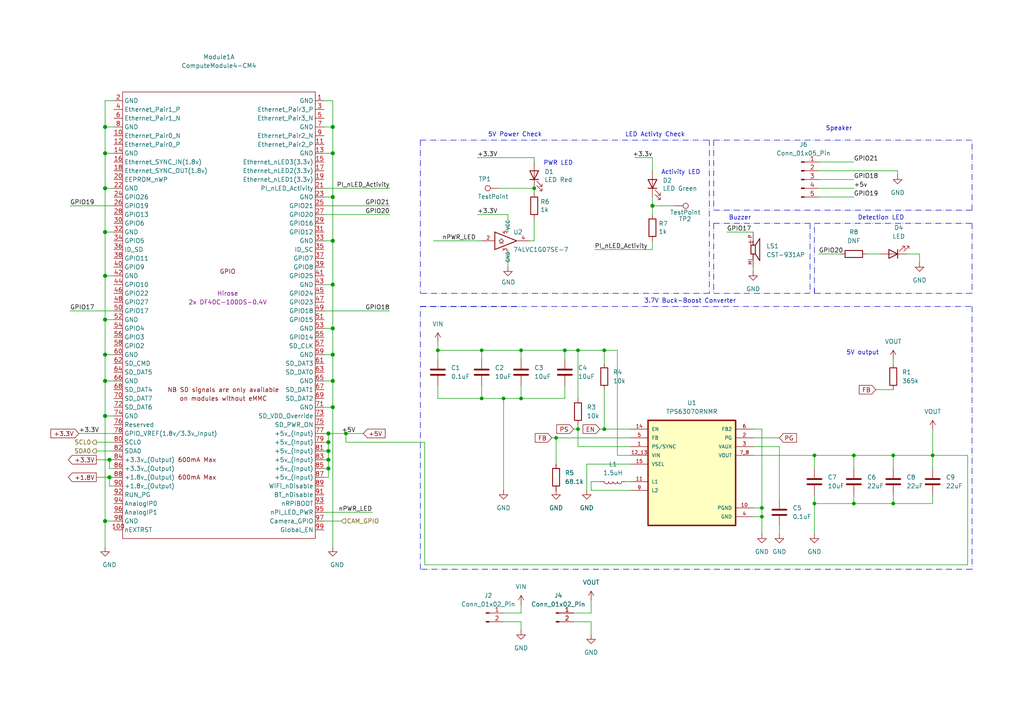
<source format=kicad_sch>
(kicad_sch (version 20231120) (generator "eeschema") (generator_version "8.0")
  (paper "A4")
  (title_block (title "Raspberry Pi Compute Module 4 AeroGuard") (date "2020-10-31") (rev "v01") (comment 4 "Author: Narain Vazquez"))
  (lib_symbols
    (symbol "CM4IO:74LVC1G07_copy"
      (property "Reference" "U" (at -2.54 3.81 0))
      (property "Value" "74LVC1G07_copy" (at 0 -3.81 0))
      (symbol "74LVC1G07_copy_1_1"
        (pin input line (at -7.62 0 0) (length 3.81) (name "~") (number "2"))
        (pin power_in line (at 0 -2.54 270) (length 0) (name "GND") (number "3"))
        (pin open_collector line (at 6.35 0 180) (length 3.81) (name "~") (number "4"))
        (pin power_in line (at 0 2.54 90) (length 0) (name "VCC") (number "5"))
      )
    )
    (symbol "CM4IO:ComputeModule4-CM4"
      (property "Reference" "Module" (at 113.03 -68.58 0))
      (property "Value" "ComputeModule4-CM4" (at 140.97 2.54 0))
      (property "Manufacturer" "Hirose" (at 0 0 0))
      (property "MPN" "2x DF40C-100DS-0.4V" (at 0 -2.54 0))
      (property "MPN (Alt)" "2x DF40HC(3.0)-100DS-0.4V" (at 0 0 0))
      (symbol "ComputeModule4-CM4_1_0"
        (text "GPIO" (at 0 6.35 0) (effects (font (size 1.27 1.27))))
      )
      (symbol "ComputeModule4-CM4_1_1"
        (text "600mA Max" (at -8.89 -53.34 0) (effects (font (size 1.27 1.27))))
        (text "600mA Max" (at -8.89 -48.26 0) (effects (font (size 1.27 1.27))))
        (text "NB SD signals are only available" (at -1.27 -27.94 0) (effects (font (size 1.27 1.27))))
        (text "on modules without eMMC" (at -1.27 -30.48 0) (effects (font (size 1.27 1.27))))
        (pin power_in line (at 27.94 55.88 180) (length 2.54) (name "GND") (number "1"))
        (pin passive line (at -33.02 45.72 0) (length 2.54) (name "Ethernet_Pair0_N") (number "10"))
        (pin output line (at -33.02 -68.58 0) (length 2.54) (name "nEXTRST") (number "100"))
        (pin passive line (at 27.94 43.18 180) (length 2.54) (name "Ethernet_Pair2_P") (number "11"))
        (pin passive line (at -33.02 43.18 0) (length 2.54) (name "Ethernet_Pair0_P") (number "12"))
        (pin power_in line (at 27.94 40.64 180) (length 2.54) (name "GND") (number "13"))
        (pin power_in line (at -33.02 40.64 0) (length 2.54) (name "GND") (number "14"))
        (pin output line (at 27.94 38.1 180) (length 2.54) (name "Ethernet_nLED3(3.3v)") (number "15"))
        (pin input line (at -33.02 38.1 0) (length 2.54) (name "Ethernet_SYNC_IN(1.8v)") (number "16"))
        (pin output line (at 27.94 35.56 180) (length 2.54) (name "Ethernet_nLED2(3.3v)") (number "17"))
        (pin input line (at -33.02 35.56 0) (length 2.54) (name "Ethernet_SYNC_OUT(1.8v)") (number "18"))
        (pin output line (at 27.94 33.02 180) (length 2.54) (name "Ethernet_nLED1(3.3v)") (number "19"))
        (pin power_in line (at -33.02 55.88 0) (length 2.54) (name "GND") (number "2"))
        (pin passive line (at -33.02 33.02 0) (length 2.54) (name "EEPROM_nWP") (number "20"))
        (pin open_collector line (at 27.94 30.48 180) (length 2.54) (name "PI_nLED_Activity") (number "21"))
        (pin power_in line (at -33.02 30.48 0) (length 2.54) (name "GND") (number "22"))
        (pin power_in line (at 27.94 27.94 180) (length 2.54) (name "GND") (number "23"))
        (pin passive line (at -33.02 27.94 0) (length 2.54) (name "GPIO26") (number "24"))
        (pin passive line (at 27.94 25.4 180) (length 2.54) (name "GPIO21") (number "25"))
        (pin passive line (at -33.02 25.4 0) (length 2.54) (name "GPIO19") (number "26"))
        (pin passive line (at 27.94 22.86 180) (length 2.54) (name "GPIO20") (number "27"))
        (pin passive line (at -33.02 22.86 0) (length 2.54) (name "GPIO13") (number "28"))
        (pin passive line (at 27.94 20.32 180) (length 2.54) (name "GPIO16") (number "29"))
        (pin passive line (at 27.94 53.34 180) (length 2.54) (name "Ethernet_Pair3_P") (number "3"))
        (pin passive line (at -33.02 20.32 0) (length 2.54) (name "GPIO6") (number "30"))
        (pin passive line (at 27.94 17.78 180) (length 2.54) (name "GPIO12") (number "31"))
        (pin power_in line (at -33.02 17.78 0) (length 2.54) (name "GND") (number "32"))
        (pin power_in line (at 27.94 15.24 180) (length 2.54) (name "GND") (number "33"))
        (pin passive line (at -33.02 15.24 0) (length 2.54) (name "GPIO5") (number "34"))
        (pin passive line (at 27.94 12.7 180) (length 2.54) (name "ID_SC") (number "35"))
        (pin passive line (at -33.02 12.7 0) (length 2.54) (name "ID_SD") (number "36"))
        (pin passive line (at 27.94 10.16 180) (length 2.54) (name "GPIO7") (number "37"))
        (pin passive line (at -33.02 10.16 0) (length 2.54) (name "GPIO11") (number "38"))
        (pin passive line (at 27.94 7.62 180) (length 2.54) (name "GPIO8") (number "39"))
        (pin passive line (at -33.02 53.34 0) (length 2.54) (name "Ethernet_Pair1_P") (number "4"))
        (pin passive line (at -33.02 7.62 0) (length 2.54) (name "GPIO9") (number "40"))
        (pin passive line (at 27.94 5.08 180) (length 2.54) (name "GPIO25") (number "41"))
        (pin power_in line (at -33.02 5.08 0) (length 2.54) (name "GND") (number "42"))
        (pin power_in line (at 27.94 2.54 180) (length 2.54) (name "GND") (number "43"))
        (pin passive line (at -33.02 2.54 0) (length 2.54) (name "GPIO10") (number "44"))
        (pin passive line (at 27.94 0 180) (length 2.54) (name "GPIO24") (number "45"))
        (pin passive line (at -33.02 0 0) (length 2.54) (name "GPIO22") (number "46"))
        (pin passive line (at 27.94 -2.54 180) (length 2.54) (name "GPIO23") (number "47"))
        (pin passive line (at -33.02 -2.54 0) (length 2.54) (name "GPIO27") (number "48"))
        (pin passive line (at 27.94 -5.08 180) (length 2.54) (name "GPIO18") (number "49"))
        (pin passive line (at 27.94 50.8 180) (length 2.54) (name "Ethernet_Pair3_N") (number "5"))
        (pin passive line (at -33.02 -5.08 0) (length 2.54) (name "GPIO17") (number "50"))
        (pin passive line (at 27.94 -7.62 180) (length 2.54) (name "GPIO15") (number "51"))
        (pin power_in line (at -33.02 -7.62 0) (length 2.54) (name "GND") (number "52"))
        (pin power_in line (at 27.94 -10.16 180) (length 2.54) (name "GND") (number "53"))
        (pin passive line (at -33.02 -10.16 0) (length 2.54) (name "GPIO4") (number "54"))
        (pin passive line (at 27.94 -12.7 180) (length 2.54) (name "GPIO14") (number "55"))
        (pin passive line (at -33.02 -12.7 0) (length 2.54) (name "GPIO3") (number "56"))
        (pin passive line (at 27.94 -15.24 180) (length 2.54) (name "SD_CLK") (number "57"))
        (pin passive line (at -33.02 -15.24 0) (length 2.54) (name "GPIO2") (number "58"))
        (pin power_in line (at 27.94 -17.78 180) (length 2.54) (name "GND") (number "59"))
        (pin passive line (at -33.02 50.8 0) (length 2.54) (name "Ethernet_Pair1_N") (number "6"))
        (pin power_in line (at -33.02 -17.78 0) (length 2.54) (name "GND") (number "60"))
        (pin passive line (at 27.94 -20.32 180) (length 2.54) (name "SD_DAT3") (number "61"))
        (pin passive line (at -33.02 -20.32 0) (length 2.54) (name "SD_CMD") (number "62"))
        (pin passive line (at 27.94 -22.86 180) (length 2.54) (name "SD_DAT0") (number "63"))
        (pin passive line (at -33.02 -22.86 0) (length 2.54) (name "SD_DAT5") (number "64"))
        (pin power_in line (at 27.94 -25.4 180) (length 2.54) (name "GND") (number "65"))
        (pin power_in line (at -33.02 -25.4 0) (length 2.54) (name "GND") (number "66"))
        (pin passive line (at 27.94 -27.94 180) (length 2.54) (name "SD_DAT1") (number "67"))
        (pin passive line (at -33.02 -27.94 0) (length 2.54) (name "SD_DAT4") (number "68"))
        (pin passive line (at 27.94 -30.48 180) (length 2.54) (name "SD_DAT2") (number "69"))
        (pin power_in line (at 27.94 48.26 180) (length 2.54) (name "GND") (number "7"))
        (pin passive line (at -33.02 -30.48 0) (length 2.54) (name "SD_DAT7") (number "70"))
        (pin power_in line (at 27.94 -33.02 180) (length 2.54) (name "GND") (number "71"))
        (pin passive line (at -33.02 -33.02 0) (length 2.54) (name "SD_DAT6") (number "72"))
        (pin input line (at 27.94 -35.56 180) (length 2.54) (name "SD_VDD_Override") (number "73"))
        (pin power_in line (at -33.02 -35.56 0) (length 2.54) (name "GND") (number "74"))
        (pin output line (at 27.94 -38.1 180) (length 2.54) (name "SD_PWR_ON") (number "75"))
        (pin passive line (at -33.02 -38.1 0) (length 2.54) (name "Reserved") (number "76"))
        (pin power_in line (at 27.94 -40.64 180) (length 2.54) (name "+5v_(Input)") (number "77"))
        (pin power_in line (at -33.02 -40.64 0) (length 2.54) (name "GPIO_VREF(1.8v/3.3v_Input)") (number "78"))
        (pin power_in line (at 27.94 -43.18 180) (length 2.54) (name "+5v_(Input)") (number "79"))
        (pin power_in line (at -33.02 48.26 0) (length 2.54) (name "GND") (number "8"))
        (pin passive line (at -33.02 -43.18 0) (length 2.54) (name "SCL0") (number "80"))
        (pin power_in line (at 27.94 -45.72 180) (length 2.54) (name "+5v_(Input)") (number "81"))
        (pin passive line (at -33.02 -45.72 0) (length 2.54) (name "SDA0") (number "82"))
        (pin power_in line (at 27.94 -48.26 180) (length 2.54) (name "+5v_(Input)") (number "83"))
        (pin power_out line (at -33.02 -48.26 0) (length 2.54) (name "+3.3v_(Output)") (number "84"))
        (pin power_in line (at 27.94 -50.8 180) (length 2.54) (name "+5v_(Input)") (number "85"))
        (pin power_out line (at -33.02 -50.8 0) (length 2.54) (name "+3.3v_(Output)") (number "86"))
        (pin power_in line (at 27.94 -53.34 180) (length 2.54) (name "+5v_(Input)") (number "87"))
        (pin power_out line (at -33.02 -53.34 0) (length 2.54) (name "+1.8v_(Output)") (number "88"))
        (pin power_in line (at 27.94 -55.88 180) (length 2.54) (name "WiFi_nDisable") (number "89"))
        (pin passive line (at 27.94 45.72 180) (length 2.54) (name "Ethernet_Pair2_N") (number "9"))
        (pin power_out line (at -33.02 -55.88 0) (length 2.54) (name "+1.8v_(Output)") (number "90"))
        (pin power_in line (at 27.94 -58.42 180) (length 2.54) (name "BT_nDisable") (number "91"))
        (pin passive line (at -33.02 -58.42 0) (length 2.54) (name "RUN_PG") (number "92"))
        (pin input line (at 27.94 -60.96 180) (length 2.54) (name "nRPIBOOT") (number "93"))
        (pin passive line (at -33.02 -60.96 0) (length 2.54) (name "AnalogIP0") (number "94"))
        (pin output line (at 27.94 -63.5 180) (length 2.54) (name "nPI_LED_PWR") (number "95"))
        (pin passive line (at -33.02 -63.5 0) (length 2.54) (name "AnalogIP1") (number "96"))
        (pin passive line (at 27.94 -66.04 180) (length 2.54) (name "Camera_GPIO") (number "97"))
        (pin power_in line (at -33.02 -66.04 0) (length 2.54) (name "GND") (number "98"))
        (pin input line (at 27.94 -68.58 180) (length 2.54) (name "Global_EN") (number "99"))
      )
      (symbol "ComputeModule4-CM4_2_1"
        (text "High Speed Serial" (at 140.97 0 0) (effects (font (size 1.27 1.27))))
        (pin input line (at 170.18 60.96 180) (length 5.08) (name "USB_OTG_ID") (number "101"))
        (pin input line (at 109.22 60.96 0) (length 5.08) (name "PCIe_CLK_nREQ") (number "102"))
        (pin passive line (at 170.18 58.42 180) (length 5.08) (name "USB2_N") (number "103"))
        (pin passive line (at 109.22 58.42 0) (length 5.08) (name "Reserved") (number "104"))
        (pin passive line (at 170.18 55.88 180) (length 5.08) (name "USB2_P") (number "105"))
        (pin passive line (at 109.22 55.88 0) (length 5.08) (name "Reserved") (number "106"))
        (pin power_in line (at 170.18 53.34 180) (length 5.08) (name "GND") (number "107"))
        (pin power_in line (at 109.22 53.34 0) (length 5.08) (name "GND") (number "108"))
        (pin bidirectional line (at 170.18 50.8 180) (length 5.08) (name "PCIe_nRST") (number "109"))
        (pin output line (at 109.22 50.8 0) (length 5.08) (name "PCIe_CLK_P") (number "110"))
        (pin passive line (at 170.18 48.26 180) (length 5.08) (name "VDAC_COMP") (number "111"))
        (pin output line (at 109.22 48.26 0) (length 5.08) (name "PCIe_CLK_N") (number "112"))
        (pin power_in line (at 170.18 45.72 180) (length 5.08) (name "GND") (number "113"))
        (pin power_in line (at 109.22 45.72 0) (length 5.08) (name "GND") (number "114"))
        (pin input line (at 170.18 43.18 180) (length 5.08) (name "CAM1_D0_N") (number "115"))
        (pin input line (at 109.22 43.18 0) (length 5.08) (name "PCIe_RX_P") (number "116"))
        (pin input line (at 170.18 40.64 180) (length 5.08) (name "CAM1_D0_P") (number "117"))
        (pin input line (at 109.22 40.64 0) (length 5.08) (name "PCIe_RX_N") (number "118"))
        (pin power_in line (at 170.18 38.1 180) (length 5.08) (name "GND") (number "119"))
        (pin power_in line (at 109.22 38.1 0) (length 5.08) (name "GND") (number "120"))
        (pin input line (at 170.18 35.56 180) (length 5.08) (name "CAM1_D1_N") (number "121"))
        (pin output line (at 109.22 35.56 0) (length 5.08) (name "PCIe_TX_P") (number "122"))
        (pin input line (at 170.18 33.02 180) (length 5.08) (name "CAM1_D1_P") (number "123"))
        (pin output line (at 109.22 33.02 0) (length 5.08) (name "PCIe_TX_N") (number "124"))
        (pin power_in line (at 170.18 30.48 180) (length 5.08) (name "GND") (number "125"))
        (pin power_in line (at 109.22 30.48 0) (length 5.08) (name "GND") (number "126"))
        (pin input line (at 170.18 27.94 180) (length 5.08) (name "CAM1_C_N") (number "127"))
        (pin input line (at 109.22 27.94 0) (length 5.08) (name "CAM0_D0_N") (number "128"))
        (pin input line (at 170.18 25.4 180) (length 5.08) (name "CAM1_C_P") (number "129"))
        (pin input line (at 109.22 25.4 0) (length 5.08) (name "CAM0_D0_P") (number "130"))
        (pin power_in line (at 170.18 22.86 180) (length 5.08) (name "GND") (number "131"))
        (pin power_in line (at 109.22 22.86 0) (length 5.08) (name "GND") (number "132"))
        (pin input line (at 170.18 20.32 180) (length 5.08) (name "CAM1_D2_N") (number "133"))
        (pin input line (at 109.22 20.32 0) (length 5.08) (name "CAM0_D1_N") (number "134"))
        (pin input line (at 170.18 17.78 180) (length 5.08) (name "CAM1_D2_P") (number "135"))
        (pin input line (at 109.22 17.78 0) (length 5.08) (name "CAM0_D1_P") (number "136"))
        (pin power_in line (at 170.18 15.24 180) (length 5.08) (name "GND") (number "137"))
        (pin power_in line (at 109.22 15.24 0) (length 5.08) (name "GND") (number "138"))
        (pin input line (at 170.18 12.7 180) (length 5.08) (name "CAM1_D3_N") (number "139"))
        (pin input line (at 109.22 12.7 0) (length 5.08) (name "CAM0_C_N") (number "140"))
        (pin input line (at 170.18 10.16 180) (length 5.08) (name "CAM1_D3_P") (number "141"))
        (pin input line (at 109.22 10.16 0) (length 5.08) (name "CAM0_C_P") (number "142"))
        (pin input line (at 170.18 7.62 180) (length 5.08) (name "HDMI1_HOTPLUG") (number "143"))
        (pin power_in line (at 109.22 7.62 0) (length 5.08) (name "GND") (number "144"))
        (pin bidirectional line (at 170.18 5.08 180) (length 5.08) (name "HDMI1_SDA") (number "145"))
        (pin output line (at 109.22 5.08 0) (length 5.08) (name "HDMI1_TX2_P") (number "146"))
        (pin open_collector line (at 170.18 2.54 180) (length 5.08) (name "HDMI1_SCL") (number "147"))
        (pin output line (at 109.22 2.54 0) (length 5.08) (name "HDMI1_TX2_N") (number "148"))
        (pin open_collector line (at 170.18 0 180) (length 5.08) (name "HDMI1_CEC") (number "149"))
        (pin power_in line (at 109.22 0 0) (length 5.08) (name "GND") (number "150"))
        (pin open_collector line (at 170.18 -2.54 180) (length 5.08) (name "HDMI0_CEC") (number "151"))
        (pin output line (at 109.22 -2.54 0) (length 5.08) (name "HDMI1_TX1_P") (number "152"))
        (pin input line (at 170.18 -5.08 180) (length 5.08) (name "HDMI0_HOTPLUG") (number "153"))
        (pin output line (at 109.22 -5.08 0) (length 5.08) (name "HDMI1_TX1_N") (number "154"))
        (pin power_in line (at 170.18 -7.62 180) (length 5.08) (name "GND") (number "155"))
        (pin power_in line (at 109.22 -7.62 0) (length 5.08) (name "GND") (number "156"))
        (pin output line (at 170.18 -10.16 180) (length 5.08) (name "DSI0_D0_N") (number "157"))
        (pin output line (at 109.22 -10.16 0) (length 5.08) (name "HDMI1_TX0_P") (number "158"))
        (pin output line (at 170.18 -12.7 180) (length 5.08) (name "DSI0_D0_P") (number "159"))
        (pin output line (at 109.22 -12.7 0) (length 5.08) (name "HDMI1_TX0_N") (number "160"))
        (pin power_in line (at 170.18 -15.24 180) (length 5.08) (name "GND") (number "161"))
        (pin power_in line (at 109.22 -15.24 0) (length 5.08) (name "GND") (number "162"))
        (pin output line (at 170.18 -17.78 180) (length 5.08) (name "DSI0_D1_N") (number "163"))
        (pin output line (at 109.22 -17.78 0) (length 5.08) (name "HDMI1_CLK_P") (number "164"))
        (pin output line (at 170.18 -20.32 180) (length 5.08) (name "DSI0_D1_P") (number "165"))
        (pin output line (at 109.22 -20.32 0) (length 5.08) (name "HDMI1_CLK_N") (number "166"))
        (pin power_in line (at 170.18 -22.86 180) (length 5.08) (name "GND") (number "167"))
        (pin power_in line (at 109.22 -22.86 0) (length 5.08) (name "GND") (number "168"))
        (pin output line (at 170.18 -25.4 180) (length 5.08) (name "DSI0_C_N") (number "169"))
        (pin output line (at 109.22 -25.4 0) (length 5.08) (name "HDMI0_TX2_P") (number "170"))
        (pin output line (at 170.18 -27.94 180) (length 5.08) (name "DSI0_C_P") (number "171"))
        (pin output line (at 109.22 -27.94 0) (length 5.08) (name "HDMI0_TX2_N") (number "172"))
        (pin power_in line (at 170.18 -30.48 180) (length 5.08) (name "GND") (number "173"))
        (pin power_in line (at 109.22 -30.48 0) (length 5.08) (name "GND") (number "174"))
        (pin output line (at 170.18 -33.02 180) (length 5.08) (name "DSI1_D0_N") (number "175"))
        (pin output line (at 109.22 -33.02 0) (length 5.08) (name "HDMI0_TX1_P") (number "176"))
        (pin output line (at 170.18 -35.56 180) (length 5.08) (name "DSI1_D0_P") (number "177"))
        (pin output line (at 109.22 -35.56 0) (length 5.08) (name "HDMI0_TX1_N") (number "178"))
        (pin power_in line (at 170.18 -38.1 180) (length 5.08) (name "GND") (number "179"))
        (pin power_in line (at 109.22 -38.1 0) (length 5.08) (name "GND") (number "180"))
        (pin output line (at 170.18 -40.64 180) (length 5.08) (name "DSI1_D1_N") (number "181"))
        (pin output line (at 109.22 -40.64 0) (length 5.08) (name "HDMI0_TX0_P") (number "182"))
        (pin output line (at 170.18 -43.18 180) (length 5.08) (name "DSI1_D1_P") (number "183"))
        (pin output line (at 109.22 -43.18 0) (length 5.08) (name "HDMI0_TX0_N") (number "184"))
        (pin power_in line (at 170.18 -45.72 180) (length 5.08) (name "GND") (number "185"))
        (pin power_in line (at 109.22 -45.72 0) (length 5.08) (name "GND") (number "186"))
        (pin output line (at 170.18 -48.26 180) (length 5.08) (name "DSI1_C_N") (number "187"))
        (pin output line (at 109.22 -48.26 0) (length 5.08) (name "HDMI0_CLK_P") (number "188"))
        (pin output line (at 170.18 -50.8 180) (length 5.08) (name "DSI1_C_P") (number "189"))
        (pin output line (at 109.22 -50.8 0) (length 5.08) (name "HDMI0_CLK_N") (number "190"))
        (pin power_in line (at 170.18 -53.34 180) (length 5.08) (name "GND") (number "191"))
        (pin power_in line (at 109.22 -53.34 0) (length 5.08) (name "GND") (number "192"))
        (pin output line (at 170.18 -55.88 180) (length 5.08) (name "DSI1_D2_N") (number "193"))
        (pin output line (at 109.22 -55.88 0) (length 5.08) (name "DSI1_D3_N") (number "194"))
        (pin output line (at 170.18 -58.42 180) (length 5.08) (name "DSI1_D2_P") (number "195"))
        (pin output line (at 109.22 -58.42 0) (length 5.08) (name "DSI1_D3_P") (number "196"))
        (pin power_in line (at 170.18 -60.96 180) (length 5.08) (name "GND") (number "197"))
        (pin power_in line (at 109.22 -60.96 0) (length 5.08) (name "GND") (number "198"))
        (pin bidirectional line (at 170.18 -63.5 180) (length 5.08) (name "HDMI0_SDA") (number "199"))
        (pin open_collector line (at 109.22 -63.5 0) (length 5.08) (name "HDMI0_SCL") (number "200"))
      )
    )
    (symbol "CST-931AP:CST-931AP" (pin_names (offset 1.016))
      (property "Reference" "LS" (at -3.8191 8.9113 0))
      (property "Value" "CST-931AP" (at -3.8215 -11.4646 0))
      (symbol "CST-931AP_0_0"
        (text "+" (at -1.9113 1.2742 0) (effects (font (size 1.7839 1.7839)) (justify left bottom)))
        (text "-" (at -1.9113 -3.8143 0) (effects (font (size 1.7839 1.7839)) (justify left bottom)))
        (pin passive line (at 0 -5.08 90) (length 2.54) (name "~") (number "M"))
        (pin passive line (at 0 5.08 270) (length 2.54) (name "~") (number "P"))
      )
    )
    (symbol "Connector:Conn_01x02_Pin" (pin_names (offset 1.016) hide)
      (property "Reference" "J" (at 0 2.54 0))
      (property "Value" "Conn_01x02_Pin" (at 0 -5.08 0))
      (symbol "Conn_01x02_Pin_1_1"
        (pin passive line (at 5.08 0 180) (length 3.81) (name "Pin_1") (number "1"))
        (pin passive line (at 5.08 -2.54 180) (length 3.81) (name "Pin_2") (number "2"))
      )
    )
    (symbol "Connector:Conn_01x05_Pin" (pin_names (offset 1.016) hide)
      (property "Reference" "J" (at 0 7.62 0))
      (property "Value" "Conn_01x05_Pin" (at 0 -7.62 0))
      (symbol "Conn_01x05_Pin_1_1"
        (pin passive line (at 5.08 5.08 180) (length 3.81) (name "Pin_1") (number "1"))
        (pin passive line (at 5.08 2.54 180) (length 3.81) (name "Pin_2") (number "2"))
        (pin passive line (at 5.08 0 180) (length 3.81) (name "Pin_3") (number "3"))
        (pin passive line (at 5.08 -2.54 180) (length 3.81) (name "Pin_4") (number "4"))
        (pin passive line (at 5.08 -5.08 180) (length 3.81) (name "Pin_5") (number "5"))
      )
    )
    (symbol "Connector:TestPoint" (pin_numbers hide) (pin_names (offset 0.762) hide)
      (property "Reference" "TP" (at 0 6.858 0))
      (property "Value" "TestPoint" (at 0 5.08 0))
      (symbol "TestPoint_1_1"
        (pin passive line (at 0 0 90) (length 2.54) (name "1") (number "1"))
      )
    )
    (symbol "Device:C" (pin_numbers hide) (pin_names (offset 0.254))
      (property "Reference" "C" (at 0.635 2.54 0))
      (property "Value" "C" (at 0.635 -2.54 0))
      (symbol "C_1_1"
        (pin passive line (at 0 3.81 270) (length 2.794) (name "~") (number "1"))
        (pin passive line (at 0 -3.81 90) (length 2.794) (name "~") (number "2"))
      )
    )
    (symbol "Device:L" (pin_numbers hide) (pin_names (offset 1.016) hide)
      (property "Reference" "L" (at -1.27 0 90))
      (property "Value" "L" (at 1.905 0 90))
      (symbol "L_1_1"
        (pin passive line (at 0 3.81 270) (length 1.27) (name "1") (number "1"))
        (pin passive line (at 0 -3.81 90) (length 1.27) (name "2") (number "2"))
      )
    )
    (symbol "Device:LED" (pin_numbers hide) (pin_names hide)
      (property "Reference" "D" (at 0 2.54 0))
      (property "Value" "LED" (at 0 -2.54 0))
      (symbol "LED_1_1"
        (pin passive line (at -3.81 0 0) (length 2.54) (name "K") (number "1"))
        (pin passive line (at 3.81 0 180) (length 2.54) (name "A") (number "2"))
      )
    )
    (symbol "Device:R" (pin_numbers hide) (pin_names (offset 0))
      (property "Reference" "R" (at 2.032 0 90))
      (property "Value" "R" (at 0 0 90))
      (symbol "R_1_1"
        (pin passive line (at 0 3.81 270) (length 1.27) (name "~") (number "1"))
        (pin passive line (at 0 -3.81 90) (length 1.27) (name "~") (number "2"))
      )
    )
    (symbol "GND_1" (power) (pin_numbers hide) (pin_names (offset 0) hide)
      (property "Value" "GND" (at 0 -3.81 0))
      (symbol "GND_1_1_1"
        (pin power_in line (at 0 0 270) (length 0) (name "~") (number "1"))
      )
    )
    (symbol "GND_2" (power) (pin_numbers hide) (pin_names (offset 0) hide)
      (property "Value" "GND" (at 0 -3.81 0))
      (symbol "GND_2_1_1"
        (pin power_in line (at 0 0 270) (length 0) (name "~") (number "1"))
      )
    )
    (symbol "LED_1" (pin_numbers hide) (pin_names (offset 1.016) hide)
      (property "Reference" "D" (at 0 2.54 0))
      (property "Value" "LED" (at 0 -2.54 0))
      (symbol "LED_1_1_1"
        (pin passive line (at -3.81 0 0) (length 2.54) (name "K") (number "1"))
        (pin passive line (at 3.81 0 180) (length 2.54) (name "A") (number "2"))
      )
    )
    (symbol "buckboost:TPS63070RNMR" (pin_names (offset 1.016))
      (property "Reference" "U" (at -12.7 16.24 0))
      (property "Value" "TPS63070RNMR" (at -12.7 -19.24 0))
      (symbol "TPS63070RNMR_0_0"
        (pin input line (at -17.78 7.62 0) (length 5.08) (name "PS/SYNC") (number "1"))
        (pin power_in line (at 17.78 -10.16 180) (length 5.08) (name "PGND") (number "10"))
        (pin bidirectional line (at -17.78 -2.54 0) (length 5.08) (name "L1") (number "11"))
        (pin input line (at -17.78 5.08 0) (length 5.08) (name "VIN") (number "12_13"))
        (pin input line (at -17.78 12.7 0) (length 5.08) (name "EN") (number "14"))
        (pin input line (at -17.78 2.54 0) (length 5.08) (name "VSEL") (number "15"))
        (pin output line (at 17.78 10.16 180) (length 5.08) (name "PG") (number "2"))
        (pin output line (at 17.78 7.62 180) (length 5.08) (name "VAUX") (number "3"))
        (pin power_in line (at 17.78 -12.7 180) (length 5.08) (name "GND") (number "4"))
        (pin input line (at -17.78 10.16 0) (length 5.08) (name "FB") (number "5"))
        (pin output line (at 17.78 12.7 180) (length 5.08) (name "FB2") (number "6"))
        (pin output line (at 17.78 5.08 180) (length 5.08) (name "VOUT") (number "7_8"))
        (pin bidirectional line (at -17.78 -5.08 0) (length 5.08) (name "L2") (number "9"))
      )
    )
    (symbol "power:GND" (power) (pin_names (offset 0))
      (property "Value" "GND" (at 0 -3.81 0))
      (symbol "GND_1_1"
        (pin power_in line (at 0 0 270) (length 0) hide (name "GND") (number "1"))
      )
    )
    (symbol "power:VDD" (power) (pin_numbers hide) (pin_names (offset 0) hide)
      (property "Value" "VDD" (at 0 3.556 0))
      (symbol "VDD_1_1"
        (pin power_in line (at 0 0 90) (length 0) (name "~") (number "1"))
      )
    )
  )
  (junction (at 95.25 125.73) (diameter 1.016))
  (junction (at 270.51 132.08))
  (junction (at 30.48 92.71) (diameter 1.016))
  (junction (at 95.25 128.27) (diameter 1.016))
  (junction (at 189.23 59.69) (diameter 1.016))
  (junction (at 139.7 101.6))
  (junction (at 167.64 101.6))
  (junction (at 139.7 115.57))
  (junction (at 96.52 118.11) (diameter 1.016))
  (junction (at 30.48 120.65) (diameter 1.016))
  (junction (at 161.29 127))
  (junction (at 30.48 80.01) (diameter 1.016))
  (junction (at 175.26 124.46))
  (junction (at 30.48 44.45) (diameter 1.016))
  (junction (at 151.13 115.57))
  (junction (at 151.13 101.6))
  (junction (at 30.48 54.61) (diameter 1.016))
  (junction (at 96.52 82.55) (diameter 1.016))
  (junction (at 95.25 135.89) (diameter 1.016))
  (junction (at 96.52 110.49) (diameter 1.016))
  (junction (at 167.64 124.46))
  (junction (at 146.05 115.57))
  (junction (at 96.52 36.83) (diameter 1.016))
  (junction (at 31.75 133.35) (diameter 1.016))
  (junction (at 31.75 138.43) (diameter 1.016))
  (junction (at 220.98 147.32))
  (junction (at 30.48 67.31) (diameter 1.016))
  (junction (at 95.25 130.81) (diameter 1.016))
  (junction (at 30.48 36.83) (diameter 1.016))
  (junction (at 259.08 146.05))
  (junction (at 30.48 151.13) (diameter 1.016))
  (junction (at 100.33 125.73))
  (junction (at 220.98 149.86))
  (junction (at 247.65 146.05))
  (junction (at 96.52 69.85) (diameter 1.016))
  (junction (at 236.22 132.08))
  (junction (at 154.94 54.61))
  (junction (at 127 101.6))
  (junction (at 247.65 132.08))
  (junction (at 96.52 95.25) (diameter 1.016))
  (junction (at 96.52 57.15) (diameter 1.016))
  (junction (at 95.25 133.35) (diameter 1.016))
  (junction (at 259.08 132.08))
  (junction (at 175.26 101.6))
  (junction (at 30.48 110.49) (diameter 1.016))
  (junction (at 96.52 102.87) (diameter 1.016))
  (junction (at 30.48 102.87) (diameter 1.016))
  (junction (at 163.83 101.6))
  (junction (at 96.52 44.45) (diameter 1.016))
  (junction (at 236.22 146.05))
  (wire (pts (xy 167.64 129.54) (xy 182.88 129.54)))
  (wire (pts (xy 218.44 147.32) (xy 220.98 147.32)))
  (wire (pts (xy 247.65 146.05) (xy 259.08 146.05)))
  (wire (pts (xy 236.22 146.05) (xy 247.65 146.05)))
  (polyline (pts (xy 121.92 165.1) (xy 121.92 88.9)) (stroke (width 0) (type dash_dot)))
  (polyline (pts (xy 207.01 40.64) (xy 207.01 60.96)) (stroke (width 0) (type dash_dot)))
  (polyline (pts (xy 236.22 64.77) (xy 281.94 64.77)) (stroke (width 0) (type dash_dot)))
  (wire (pts (xy 146.05 115.57) (xy 146.05 142.24)))
  (wire (pts (xy 96.52 29.21) (xy 96.52 36.83)))
  (wire (pts (xy 154.94 63.5) (xy 154.94 69.85)))
  (wire (pts (xy 96.52 36.83) (xy 96.52 44.45)))
  (wire (pts (xy 167.64 101.6) (xy 175.26 101.6)))
  (wire (pts (xy 20.32 59.69) (xy 33.02 59.69)))
  (wire (pts (xy 30.48 80.01) (xy 33.02 80.01)))
  (wire (pts (xy 236.22 135.89) (xy 236.22 132.08)))
  (wire (pts (xy 30.48 44.45) (xy 30.48 54.61)))
  (wire (pts (xy 147.32 72.39) (xy 147.32 77.47)))
  (polyline (pts (xy 121.92 40.64) (xy 121.92 85.09)) (stroke (width 0) (type dash_dot)))
  (polyline (pts (xy 207.01 64.77) (xy 207.01 85.09)) (stroke (width 0) (type dash_dot)))
  (wire (pts (xy 93.98 95.25) (xy 96.52 95.25)))
  (wire (pts (xy 171.45 142.24) (xy 182.88 142.24)))
  (wire (pts (xy 93.98 62.23) (xy 113.03 62.23)))
  (wire (pts (xy 151.13 111.76) (xy 151.13 115.57)))
  (wire (pts (xy 236.22 143.51) (xy 236.22 146.05)))
  (polyline (pts (xy 121.92 88.9) (xy 151.13 88.9)) (stroke (width 0) (type dash_dot)))
  (wire (pts (xy 144.78 54.61) (xy 154.94 54.61)))
  (wire (pts (xy 27.94 128.27) (xy 33.02 128.27)))
  (wire (pts (xy 259.08 132.08) (xy 270.51 132.08)))
  (wire (pts (xy 93.98 148.59) (xy 107.95 148.59)))
  (wire (pts (xy 96.52 95.25) (xy 96.52 102.87)))
  (wire (pts (xy 270.51 124.46) (xy 270.51 132.08)))
  (wire (pts (xy 96.52 118.11) (xy 96.52 158.75)))
  (wire (pts (xy 151.13 101.6) (xy 163.83 101.6)))
  (wire (pts (xy 189.23 62.23) (xy 189.23 59.69)))
  (wire (pts (xy 175.26 124.46) (xy 175.26 113.03)))
  (polyline (pts (xy 236.22 83.82) (xy 236.22 85.09)) (stroke (width 0) (type dash_dot)))
  (polyline (pts (xy 121.92 40.64) (xy 205.74 40.64)) (stroke (width 0) (type dash_dot)))
  (wire (pts (xy 166.37 124.46) (xy 167.64 124.46)))
  (wire (pts (xy 96.52 82.55) (xy 96.52 95.25)))
  (wire (pts (xy 93.98 110.49) (xy 96.52 110.49)))
  (wire (pts (xy 139.7 111.76) (xy 139.7 115.57)))
  (wire (pts (xy 166.37 180.34) (xy 171.45 180.34)))
  (wire (pts (xy 93.98 130.81) (xy 95.25 130.81)))
  (wire (pts (xy 154.94 54.61) (xy 154.94 55.88)))
  (wire (pts (xy 96.52 110.49) (xy 96.52 118.11)))
  (wire (pts (xy 93.98 133.35) (xy 95.25 133.35)))
  (wire (pts (xy 146.05 115.57) (xy 151.13 115.57)))
  (wire (pts (xy 27.94 133.35) (xy 31.75 133.35)))
  (wire (pts (xy 127 101.6) (xy 139.7 101.6)))
  (wire (pts (xy 30.48 102.87) (xy 30.48 110.49)))
  (wire (pts (xy 30.48 110.49) (xy 33.02 110.49)))
  (wire (pts (xy 33.02 135.89) (xy 31.75 135.89)))
  (wire (pts (xy 179.07 132.08) (xy 182.88 132.08)))
  (wire (pts (xy 218.44 132.08) (xy 236.22 132.08)))
  (wire (pts (xy 171.45 177.8) (xy 171.45 173.99)))
  (wire (pts (xy 31.75 140.97) (xy 31.75 138.43)))
  (wire (pts (xy 125.73 69.85) (xy 139.7 69.85)))
  (wire (pts (xy 262.89 73.66) (xy 266.7 73.66)))
  (wire (pts (xy 30.48 120.65) (xy 33.02 120.65)))
  (wire (pts (xy 247.65 132.08) (xy 247.65 135.89)))
  (wire (pts (xy 93.98 151.13) (xy 99.06 151.13)))
  (wire (pts (xy 93.98 128.27) (xy 95.25 128.27)))
  (polyline (pts (xy 236.22 85.09) (xy 236.22 64.77)) (stroke (width 0) (type dash_dot)))
  (wire (pts (xy 95.25 125.73) (xy 100.33 125.73)))
  (wire (pts (xy 163.83 115.57) (xy 163.83 111.76)))
  (wire (pts (xy 30.48 54.61) (xy 30.48 67.31)))
  (wire (pts (xy 220.98 124.46) (xy 220.98 147.32)))
  (wire (pts (xy 30.48 102.87) (xy 33.02 102.87)))
  (wire (pts (xy 96.52 57.15) (xy 96.52 69.85)))
  (wire (pts (xy 93.98 82.55) (xy 96.52 82.55)))
  (wire (pts (xy 175.26 101.6) (xy 175.26 105.41)))
  (wire (pts (xy 151.13 180.34) (xy 151.13 182.88)))
  (wire (pts (xy 151.13 101.6) (xy 151.13 104.14)))
  (wire (pts (xy 220.98 147.32) (xy 220.98 149.86)))
  (wire (pts (xy 93.98 44.45) (xy 96.52 44.45)))
  (wire (pts (xy 151.13 175.26) (xy 151.13 177.8)))
  (wire (pts (xy 270.51 132.08) (xy 270.51 135.89)))
  (wire (pts (xy 237.49 73.66) (xy 243.84 73.66)))
  (wire (pts (xy 30.48 36.83) (xy 30.48 44.45)))
  (wire (pts (xy 160.02 127) (xy 161.29 127)))
  (wire (pts (xy 30.48 151.13) (xy 33.02 151.13)))
  (wire (pts (xy 161.29 127) (xy 182.88 127)))
  (wire (pts (xy 179.07 101.6) (xy 179.07 132.08)))
  (wire (pts (xy 189.23 72.39) (xy 189.23 69.85)))
  (wire (pts (xy 247.65 146.05) (xy 247.65 143.51)))
  (wire (pts (xy 260.35 49.53) (xy 260.35 50.8)))
  (polyline (pts (xy 281.94 88.9) (xy 281.94 165.1)) (stroke (width 0) (type dash_dot)))
  (wire (pts (xy 95.25 135.89) (xy 95.25 133.35)))
  (wire (pts (xy 33.02 29.21) (xy 30.48 29.21)))
  (wire (pts (xy 93.98 57.15) (xy 96.52 57.15)))
  (wire (pts (xy 146.05 180.34) (xy 151.13 180.34)))
  (wire (pts (xy 30.48 67.31) (xy 30.48 80.01)))
  (wire (pts (xy 237.49 49.53) (xy 260.35 49.53)))
  (wire (pts (xy 93.98 29.21) (xy 96.52 29.21)))
  (wire (pts (xy 30.48 92.71) (xy 33.02 92.71)))
  (wire (pts (xy 30.48 44.45) (xy 33.02 44.45)))
  (wire (pts (xy 93.98 36.83) (xy 96.52 36.83)))
  (wire (pts (xy 171.45 139.7) (xy 171.45 142.24)))
  (wire (pts (xy 218.44 129.54) (xy 226.06 129.54)))
  (wire (pts (xy 95.25 130.81) (xy 95.25 128.27)))
  (polyline (pts (xy 281.94 85.09) (xy 236.22 85.09)) (stroke (width 0) (type dash_dot)))
  (wire (pts (xy 30.48 151.13) (xy 30.48 158.75)))
  (wire (pts (xy 175.26 101.6) (xy 179.07 101.6)))
  (wire (pts (xy 270.51 146.05) (xy 270.51 143.51)))
  (wire (pts (xy 266.7 73.66) (xy 266.7 76.2)))
  (wire (pts (xy 127 99.06) (xy 127 101.6)))
  (wire (pts (xy 30.48 92.71) (xy 30.48 102.87)))
  (wire (pts (xy 95.25 133.35) (xy 95.25 130.81)))
  (wire (pts (xy 182.88 134.62) (xy 170.18 134.62)))
  (wire (pts (xy 30.48 120.65) (xy 30.48 151.13)))
  (wire (pts (xy 31.75 135.89) (xy 31.75 133.35)))
  (wire (pts (xy 127 115.57) (xy 139.7 115.57)))
  (wire (pts (xy 27.94 138.43) (xy 31.75 138.43)))
  (wire (pts (xy 154.94 69.85) (xy 153.67 69.85)))
  (wire (pts (xy 30.48 36.83) (xy 33.02 36.83)))
  (wire (pts (xy 147.32 67.31) (xy 147.32 62.23)))
  (wire (pts (xy 93.98 125.73) (xy 95.25 125.73)))
  (wire (pts (xy 139.7 115.57) (xy 146.05 115.57)))
  (wire (pts (xy 31.75 133.35) (xy 33.02 133.35)))
  (polyline (pts (xy 281.94 64.77) (xy 281.94 85.09)) (stroke (width 0) (type dash_dot)))
  (wire (pts (xy 237.49 57.15) (xy 247.65 57.15)))
  (wire (pts (xy 154.94 45.72) (xy 138.43 45.72)))
  (wire (pts (xy 151.13 177.8) (xy 146.05 177.8)))
  (polyline (pts (xy 207.01 60.96) (xy 281.94 60.96)) (stroke (width 0) (type dash_dot)))
  (wire (pts (xy 30.48 67.31) (xy 33.02 67.31)))
  (polyline (pts (xy 207.01 64.77) (xy 234.95 64.77)) (stroke (width 0) (type dash_dot)))
  (wire (pts (xy 93.98 90.17) (xy 113.03 90.17)))
  (polyline (pts (xy 281.94 60.96) (xy 281.94 40.64)) (stroke (width 0) (type dash_dot)))
  (polyline (pts (xy 121.92 88.9) (xy 281.94 88.9)) (stroke (width 0) (type dash_dot)))
  (wire (pts (xy 226.06 129.54) (xy 226.06 144.78)))
  (wire (pts (xy 170.18 134.62) (xy 170.18 142.24)))
  (wire (pts (xy 95.25 128.27) (xy 95.25 125.73)))
  (wire (pts (xy 93.98 54.61) (xy 113.03 54.61)))
  (wire (pts (xy 161.29 134.62) (xy 161.29 127)))
  (wire (pts (xy 218.44 124.46) (xy 220.98 124.46)))
  (wire (pts (xy 167.64 115.57) (xy 167.64 101.6)))
  (wire (pts (xy 167.64 124.46) (xy 167.64 129.54)))
  (wire (pts (xy 154.94 46.99) (xy 154.94 45.72)))
  (wire (pts (xy 218.44 77.47) (xy 218.44 78.74)))
  (wire (pts (xy 163.83 101.6) (xy 167.64 101.6)))
  (polyline (pts (xy 234.95 64.77) (xy 234.95 85.09)) (stroke (width 0) (type dash_dot)))
  (wire (pts (xy 96.52 102.87) (xy 96.52 110.49)))
  (wire (pts (xy 280.67 132.08) (xy 270.51 132.08)))
  (wire (pts (xy 259.08 146.05) (xy 259.08 143.51)))
  (wire (pts (xy 237.49 52.07) (xy 247.65 52.07)))
  (wire (pts (xy 147.32 62.23) (xy 138.43 62.23)))
  (wire (pts (xy 220.98 149.86) (xy 220.98 154.94)))
  (wire (pts (xy 189.23 59.69) (xy 189.23 57.15)))
  (wire (pts (xy 236.22 146.05) (xy 236.22 154.94)))
  (wire (pts (xy 127 111.76) (xy 127 115.57)))
  (wire (pts (xy 22.86 125.73) (xy 33.02 125.73)))
  (polyline (pts (xy 205.74 85.09) (xy 121.92 85.09)) (stroke (width 0) (type dash_dot)))
  (wire (pts (xy 171.45 139.7) (xy 173.99 139.7)))
  (wire (pts (xy 166.37 177.8) (xy 171.45 177.8)))
  (wire (pts (xy 259.08 104.14) (xy 259.08 105.41)))
  (wire (pts (xy 254 113.03) (xy 259.08 113.03)))
  (wire (pts (xy 100.33 125.73) (xy 100.33 128.27)))
  (wire (pts (xy 30.48 110.49) (xy 30.48 120.65)))
  (wire (pts (xy 195.58 59.69) (xy 189.23 59.69)))
  (polyline (pts (xy 281.94 165.1) (xy 121.92 165.1)) (stroke (width 0) (type dash_dot)))
  (wire (pts (xy 237.49 46.99) (xy 247.65 46.99)))
  (wire (pts (xy 31.75 138.43) (xy 33.02 138.43)))
  (wire (pts (xy 95.25 138.43) (xy 95.25 135.89)))
  (wire (pts (xy 33.02 90.17) (xy 20.32 90.17)))
  (wire (pts (xy 182.88 124.46) (xy 175.26 124.46)))
  (wire (pts (xy 251.46 73.66) (xy 255.27 73.66)))
  (wire (pts (xy 237.49 54.61) (xy 247.65 54.61)))
  (wire (pts (xy 259.08 146.05) (xy 270.51 146.05)))
  (wire (pts (xy 236.22 132.08) (xy 247.65 132.08)))
  (wire (pts (xy 218.44 127) (xy 226.06 127)))
  (wire (pts (xy 139.7 101.6) (xy 139.7 104.14)))
  (wire (pts (xy 181.61 139.7) (xy 182.88 139.7)))
  (wire (pts (xy 93.98 69.85) (xy 96.52 69.85)))
  (wire (pts (xy 30.48 80.01) (xy 30.48 92.71)))
  (wire (pts (xy 30.48 29.21) (xy 30.48 36.83)))
  (wire (pts (xy 123.19 128.27) (xy 123.19 163.83)))
  (wire (pts (xy 171.45 180.34) (xy 171.45 184.15)))
  (wire (pts (xy 226.06 154.94) (xy 226.06 152.4)))
  (wire (pts (xy 96.52 69.85) (xy 96.52 82.55)))
  (polyline (pts (xy 207.01 40.64) (xy 281.94 40.64)) (stroke (width 0) (type dash_dot)))
  (wire (pts (xy 93.98 118.11) (xy 96.52 118.11)))
  (wire (pts (xy 139.7 101.6) (xy 151.13 101.6)))
  (wire (pts (xy 173.99 124.46) (xy 175.26 124.46)))
  (polyline (pts (xy 205.74 40.64) (xy 205.74 85.09)) (stroke (width 0) (type dash_dot)))
  (wire (pts (xy 247.65 132.08) (xy 259.08 132.08)))
  (wire (pts (xy 184.15 45.72) (xy 189.23 45.72)))
  (wire (pts (xy 33.02 140.97) (xy 31.75 140.97)))
  (wire (pts (xy 127 104.14) (xy 127 101.6)))
  (wire (pts (xy 189.23 49.53) (xy 189.23 45.72)))
  (wire (pts (xy 93.98 135.89) (xy 95.25 135.89)))
  (wire (pts (xy 259.08 132.08) (xy 259.08 135.89)))
  (polyline (pts (xy 207.01 85.09) (xy 234.95 85.09)) (stroke (width 0) (type dash_dot)))
  (wire (pts (xy 151.13 115.57) (xy 163.83 115.57)))
  (wire (pts (xy 167.64 123.19) (xy 167.64 124.46)))
  (wire (pts (xy 93.98 138.43) (xy 95.25 138.43)))
  (wire (pts (xy 123.19 163.83) (xy 280.67 163.83)))
  (wire (pts (xy 280.67 163.83) (xy 280.67 132.08)))
  (wire (pts (xy 93.98 59.69) (xy 113.03 59.69)))
  (wire (pts (xy 172.466 72.39) (xy 189.23 72.39)))
  (wire (pts (xy 210.82 67.31) (xy 218.44 67.31)))
  (wire (pts (xy 163.83 101.6) (xy 163.83 104.14)))
  (wire (pts (xy 27.94 130.81) (xy 33.02 130.81)))
  (wire (pts (xy 100.33 128.27) (xy 123.19 128.27)))
  (wire (pts (xy 93.98 102.87) (xy 96.52 102.87)))
  (wire (pts (xy 100.33 125.73) (xy 105.41 125.73)))
  (wire (pts (xy 218.44 149.86) (xy 220.98 149.86)))
  (wire (pts (xy 96.52 44.45) (xy 96.52 57.15)))
  (wire (pts (xy 30.48 54.61) (xy 33.02 54.61)))
  (text "LED Activty Check\n" (at 189.992 39.116 0) (effects (font (size 1.27 1.27))))
  (text "Activity LED" (at 191.77 50.8 0) (effects (font (size 1.27 1.27)) (justify left bottom)))
  (text "Speaker\n" (at 243.332 37.338 0) (effects (font (size 1.27 1.27))))
  (text "PWR LED" (at 157.607 48.133 0) (effects (font (size 1.27 1.27)) (justify left bottom)))
  (text "Detection LED\n" (at 255.524 63.246 0) (effects (font (size 1.27 1.27))))
  (text "3.7V Buck-Boost Converter\n" (at 200.152 87.376 0) (effects (font (size 1.27 1.27))))
  (text "5V output\n" (at 250.19 102.362 0) (effects (font (size 1.27 1.27))))
  (text "Buzzer\n" (at 214.63 63.246 0) (effects (font (size 1.27 1.27))))
  (text "5V Power Check" (at 149.352 39.116 0) (effects (font (size 1.27 1.27))))
  (label "+3.3v" (at 189.23 45.72 180))
  (label "GPIO20" (at 113.03 62.23 180))
  (label "GPIO18" (at 113.03 90.17 180))
  (label "PI_nLED_Activity" (at 172.466 72.39 0))
  (label "+3.3V" (at 138.43 62.23 0))
  (label "nPWR_LED" (at 107.95 148.59 180))
  (label "GPIO19" (at 247.65 57.15 0))
  (label "+5V" (at 99.06 125.73 0))
  (label "GPIO19" (at 20.32 59.69 0))
  (label "GPIO21" (at 113.03 59.69 180))
  (label "GPIO17" (at 210.82 67.31 0))
  (label "+5v" (at 247.65 54.61 0))
  (label "PI_nLED_Activity" (at 113.03 54.61 180))
  (label "GPIO20" (at 237.49 73.66 0))
  (label "nPWR_LED" (at 128.27 69.85 0))
  (label "GPIO18" (at 247.65 52.07 0))
  (label "+3.3V" (at 22.86 125.73 0))
  (label "GPIO21" (at 247.65 46.99 0))
  (label "+3.3V" (at 138.43 45.72 0))
  (label "GPIO17" (at 20.32 90.17 0))
  (global_label "PG" (shape input) (at 226.06 127 0) (property "Intersheetrefs" "${INTERSHEET_REFS}" (effects (hide yes))))
  (global_label "+1.8V" (shape output) (at 27.94 138.43 180) (property "Intersheetrefs" "${INTERSHEET_REFS}" (effects (hide yes))))
  (global_label "PS" (shape input) (at 166.37 124.46 180) (property "Intersheetrefs" "${INTERSHEET_REFS}" (effects (hide yes))))
  (global_label "+5V" (shape input) (at 105.41 125.73 0) (property "Intersheetrefs" "${INTERSHEET_REFS}" (effects (hide yes))))
  (global_label "EN" (shape input) (at 173.99 124.46 180) (property "Intersheetrefs" "${INTERSHEET_REFS}" (effects (hide yes))))
  (global_label "+3.3V" (shape output) (at 27.94 133.35 180) (property "Intersheetrefs" "${INTERSHEET_REFS}" (effects (hide yes))))
  (global_label "FB" (shape input) (at 160.02 127 180) (property "Intersheetrefs" "${INTERSHEET_REFS}" (effects (hide yes))))
  (global_label "FB" (shape input) (at 254 113.03 180) (property "Intersheetrefs" "${INTERSHEET_REFS}" (effects (hide yes))))
  (global_label "+3.3V" (shape input) (at 22.86 125.73 180) (property "Intersheetrefs" "${INTERSHEET_REFS}" (effects (hide yes))))
  (hierarchical_label "SDA0" (shape output) (at 27.94 130.81 180))
  (hierarchical_label "CAM_GPIO" (shape input) (at 99.06 151.13 0))
  (hierarchical_label "SCL0" (shape output) (at 27.94 128.27 180))
  (symbol (lib_id "Connector:TestPoint") (at 144.78 54.61 90) (unit 1)
    (property "Reference" "TP1" (at 142.4178 51.943 90) (effects (justify left)))
    (property "Value" "TestPoint" (at 147.4978 57.023 90) (effects (justify left)))
    (property "Footprint" "TestPoint:TestPoint_Pad_2.0x2.0mm" (effects (hide yes)))
    (property "Field4" "nf" (effects (hide yes)))
    (property "Field5" "nf" (effects (hide yes)))
    (property "Field6" "nf" (effects (hide yes)))
    (property "Field7" "nf" (effects (hide yes)))
  )
  (symbol (lib_id "Device:R") (at 154.94 59.69 0) (unit 1)
    (property "Reference" "R6" (at 156.718 58.5216 0) (effects (justify left)))
    (property "Value" "1k" (at 156.718 60.833 0) (effects (justify left)))
    (property "Footprint" "Resistor_SMD:R_0402_1005Metric" (effects (hide yes)))
    (property "Datasheet" "https://fscdn.rohm.com/en/products/databook/datasheet/passive/resistor/chip_resistor/mcr-e.pdf" (effects (hide yes)))
    (property "Field4" "Farnell" (effects (hide yes)))
    (property "Field5" "9239235" (effects (hide yes)))
    (property "Field7" "KOA EUROPE GMBH" (effects (hide yes)))
    (property "Field6" "RK73H1ETTP1001F" (effects (hide yes)))
    (property "Part Description" "Resistor 1K M1005 1% 63mW" (effects (hide yes)))
    (property "Field8" "125049511" (effects (hide yes)))
  )
  (symbol (lib_id "Connector:Conn_01x02_Pin") (at 140.97 177.8 0) (unit 1)
    (property "Reference" "J2" (at 141.605 172.72 0))
    (property "Value" "Conn_01x02_Pin" (at 141.605 175.26 0))
    (property "Footprint" "Connector_PinHeader_1.00mm:PinHeader_1x02_P1.00mm_Vertical" (effects (hide yes)))
    (property "Description" "Generic connector, single row, 01x02, script generated" (effects (hide yes)))
  )
  (symbol (lib_id "Connector:Conn_01x05_Pin") (at 232.41 52.07 0) (unit 1)
    (property "Reference" "J6" (at 233.045 41.91 0))
    (property "Value" "Conn_01x05_Pin" (at 233.045 44.45 0))
    (property "Description" "Generic connector, single row, 01x05, script generated" (effects (hide yes)))
  )
  (symbol (lib_id "power:VDD") (at 151.13 175.26 0) (unit 1)
    (property "Reference" "#PWR010" (effects (hide yes)))
    (property "Value" "VIN" (at 151.13 170.18 0))
    (property "Description" "Power symbol creates a global label with name \"VDD\"" (effects (hide yes)))
  )
  (symbol (lib_name "GND_1") (lib_id "power:GND") (at 161.29 142.24 0) (unit 1)
    (property "Reference" "#PWR07" (effects (hide yes)))
    (property "Value" "GND" (at 161.29 147.32 0))
    (property "Description" "Power symbol creates a global label with name \"GND\" , ground" (effects (hide yes)))
  )
  (symbol (lib_id "power:VDD") (at 259.08 104.14 0) (unit 1)
    (property "Reference" "#PWR01" (effects (hide yes)))
    (property "Value" "VOUT" (at 259.08 99.06 0))
    (property "Description" "Power symbol creates a global label with name \"VDD\"" (effects (hide yes)))
  )
  (symbol (lib_name "GND_2") (lib_id "power:GND") (at 266.7 76.2 0) (unit 1)
    (property "Reference" "#PWR018" (effects (hide yes)))
    (property "Value" "GND" (at 266.7 81.28 0))
    (property "Description" "Power symbol creates a global label with name \"GND\" , ground" (effects (hide yes)))
  )
  (symbol (lib_name "GND_1") (lib_id "power:GND") (at 220.98 154.94 0) (unit 1)
    (property "Reference" "#PWR06" (effects (hide yes)))
    (property "Value" "GND" (at 220.98 160.02 0))
    (property "Description" "Power symbol creates a global label with name \"GND\" , ground" (effects (hide yes)))
  )
  (symbol (lib_name "GND_1") (lib_id "power:GND") (at 236.22 154.94 0) (unit 1)
    (property "Reference" "#PWR08" (effects (hide yes)))
    (property "Value" "GND" (at 236.22 160.02 0))
    (property "Description" "Power symbol creates a global label with name \"GND\" , ground" (effects (hide yes)))
  )
  (symbol (lib_id "power:VDD") (at 270.51 124.46 0) (unit 1)
    (property "Reference" "#PWR09" (effects (hide yes)))
    (property "Value" "VOUT" (at 270.51 119.38 0))
    (property "Description" "Power symbol creates a global label with name \"VDD\"" (effects (hide yes)))
  )
  (symbol (lib_id "Device:C") (at 226.06 148.59 0) (unit 1)
    (property "Reference" "C5" (at 229.87 147.3199 0) (effects (justify left)))
    (property "Value" "0.1uF" (at 229.87 149.8599 0) (effects (justify left)))
    (property "Footprint" "Capacitor_THT:C_Disc_D4.7mm_W2.5mm_P5.00mm" (effects (hide yes)))
    (property "Description" "Unpolarized capacitor" (effects (hide yes)))
  )
  (symbol (lib_name "LED_1") (lib_id "Device:LED") (at 259.08 73.66 180) (unit 1)
    (property "Reference" "D4" (at 260.6675 66.04 0))
    (property "Value" "LED" (at 260.6675 68.58 0))
    (property "Footprint" "LED_THT:LED_D1.8mm_W3.3mm_H2.4mm" (effects (hide yes)))
    (property "Description" "Light emitting diode" (effects (hide yes)))
  )
  (symbol (lib_id "power:GND") (at 30.48 158.75 0) (unit 1)
    (property "Reference" "#PWR019" (effects (hide yes)))
    (property "Value" "GND" (at 31.75 163.83 0))
  )
  (symbol (lib_id "Device:R") (at 167.64 119.38 0) (unit 1)
    (property "Reference" "R3" (at 170.18 118.1099 0) (effects (justify left)))
    (property "Value" "10k" (at 170.18 120.6499 0) (effects (justify left)))
    (property "Description" "Resistor" (effects (hide yes)))
  )
  (symbol (lib_id "Connector:Conn_01x02_Pin") (at 161.29 177.8 0) (unit 1)
    (property "Reference" "J4" (at 161.925 172.72 0))
    (property "Value" "Conn_01x02_Pin" (at 161.925 175.26 0))
    (property "Description" "Generic connector, single row, 01x02, script generated" (effects (hide yes)))
  )
  (symbol (lib_name "GND_1") (lib_id "power:GND") (at 170.18 142.24 0) (unit 1)
    (property "Reference" "#PWR05" (effects (hide yes)))
    (property "Value" "GND" (at 170.18 147.32 0))
    (property "Description" "Power symbol creates a global label with name \"GND\" , ground" (effects (hide yes)))
  )
  (symbol (lib_id "power:GND") (at 96.52 158.75 0) (unit 1)
    (property "Reference" "#PWR020" (effects (hide yes)))
    (property "Value" "GND" (at 97.79 163.83 0))
  )
  (symbol (lib_name "GND_2") (lib_id "power:GND") (at 218.44 78.74 0) (unit 1)
    (property "Reference" "#PWR017" (effects (hide yes)))
    (property "Value" "GND" (at 218.44 83.82 0))
    (property "Description" "Power symbol creates a global label with name \"GND\" , ground" (effects (hide yes)))
  )
  (symbol (lib_id "Device:R") (at 161.29 138.43 0) (unit 1)
    (property "Reference" "R5" (at 163.83 137.1599 0) (effects (justify left)))
    (property "Value" "68.1k" (at 163.83 139.6999 0) (effects (justify left)))
    (property "Description" "Resistor" (effects (hide yes)))
  )
  (symbol (lib_name "GND_2") (lib_id "power:GND") (at 260.35 50.8 0) (unit 1)
    (property "Reference" "#PWR016" (effects (hide yes)))
    (property "Value" "GND" (at 260.35 55.88 0))
    (property "Description" "Power symbol creates a global label with name \"GND\" , ground" (effects (hide yes)))
  )
  (symbol (lib_name "GND_1") (lib_id "power:GND") (at 151.13 182.88 0) (unit 1)
    (property "Reference" "#PWR011" (effects (hide yes)))
    (property "Value" "GND" (at 151.13 187.96 0))
    (property "Description" "Power symbol creates a global label with name \"GND\" , ground" (effects (hide yes)))
  )
  (symbol (lib_id "power:VDD") (at 171.45 173.99 0) (unit 1)
    (property "Reference" "#PWR012" (effects (hide yes)))
    (property "Value" "VOUT" (at 171.45 168.91 0))
    (property "Description" "Power symbol creates a global label with name \"VDD\"" (effects (hide yes)))
  )
  (symbol (lib_id "CM4IO:ComputeModule4-CM4") (at 66.04 85.09 0) (unit 1)
    (property "Reference" "Module1" (at 63.5 16.51 0))
    (property "Value" "ComputeModule4-CM4" (at 63.5 19.05 0))
    (property "Footprint" "CM4IO:Raspberry-Pi-4-Compute-Module" (effects (hide yes)))
    (property "Manufacturer" "Hirose" (at 66.04 85.09 0))
    (property "MPN" "2x DF40C-100DS-0.4V" (at 66.04 87.63 0))
    (property "Digi-Key_PN" "2x H11615CT-ND" (effects (hide yes)))
    (property "Digi-Key_PN (Alt)" "2x H124602CT-ND" (effects (hide yes)))
  )
  (symbol (lib_id "Device:C") (at 127 107.95 0) (unit 1)
    (property "Reference" "C1" (at 130.81 106.6799 0) (effects (justify left)))
    (property "Value" "0.1uF" (at 130.81 109.2199 0) (effects (justify left)))
    (property "Footprint" "Capacitor_THT:C_Disc_D4.7mm_W2.5mm_P5.00mm" (effects (hide yes)))
    (property "Description" "Unpolarized capacitor" (effects (hide yes)))
  )
  (symbol (lib_id "Device:C") (at 236.22 139.7 0) (unit 1)
    (property "Reference" "C7" (at 240.03 138.4299 0) (effects (justify left)))
    (property "Value" "10uF" (at 240.03 140.9699 0) (effects (justify left)))
    (property "Footprint" "Capacitor_THT:CP_Radial_D10.0mm_P5.00mm" (effects (hide yes)))
    (property "Description" "Unpolarized capacitor" (effects (hide yes)))
  )
  (symbol (lib_id "Device:C") (at 247.65 139.7 0) (unit 1)
    (property "Reference" "C6" (at 251.46 138.4299 0) (effects (justify left)))
    (property "Value" "22uF" (at 251.46 140.9699 0) (effects (justify left)))
    (property "Footprint" "Capacitor_THT:CP_Radial_D10.0mm_P5.00mm_P7.50mm" (effects (hide yes)))
    (property "Description" "Unpolarized capacitor" (effects (hide yes)))
  )
  (symbol (lib_id "Device:C") (at 139.7 107.95 0) (unit 1)
    (property "Reference" "C2" (at 143.51 106.6799 0) (effects (justify left)))
    (property "Value" "10uF" (at 143.51 109.2199 0) (effects (justify left)))
    (property "Footprint" "Capacitor_THT:CP_Radial_D10.0mm_P5.00mm" (effects (hide yes)))
    (property "Description" "Unpolarized capacitor" (effects (hide yes)))
  )
  (symbol (lib_id "Device:LED") (at 189.23 53.34 90) (unit 1)
    (property "Reference" "D2" (at 192.2018 52.3494 90) (effects (justify right)))
    (property "Value" "LED Green" (at 192.2018 54.6608 90) (effects (justify right)))
    (property "Footprint" "LED_THT:LED_D1.8mm_W3.3mm_H2.4mm" (effects (hide yes)))
    (property "Datasheet" "http://optoelectronics.liteon.com/upload/download/DS22-2000-226/LTST-S270KGKT.pdf" (effects (hide yes)))
    (property "Field4" "Digikey " (effects (hide yes)))
    (property "Field5" "LTST-S270KGKT" (effects (hide yes)))
    (property "Field6" "SML-A12M8TT86N" (effects (hide yes)))
    (property "Field7" "Rohm" (effects (hide yes)))
    (property "Field8" "650263301" (effects (hide yes)))
    (property "Part Description" "	Green 572nm LED Indication - Discrete 2.2V 2-SMD, No Lead" (effects (hide yes)))
  )
  (symbol (lib_id "Device:R") (at 259.08 109.22 0) (unit 1)
    (property "Reference" "R1" (at 261.62 107.9499 0) (effects (justify left)))
    (property "Value" "365k" (at 261.62 110.4899 0) (effects (justify left)))
    (property "Description" "Resistor" (effects (hide yes)))
  )
  (symbol (lib_id "Connector:TestPoint") (at 195.58 59.69 270) (unit 1)
    (property "Reference" "TP2" (at 196.85 63.5 90) (effects (justify left)))
    (property "Value" "TestPoint" (at 194.31 61.595 90) (effects (justify left)))
    (property "Footprint" "TestPoint:TestPoint_Pad_2.0x2.0mm" (effects (hide yes)))
    (property "Field4" "nf" (effects (hide yes)))
    (property "Field5" "nf" (effects (hide yes)))
    (property "Field6" "nf" (effects (hide yes)))
    (property "Field7" "nf" (effects (hide yes)))
  )
  (symbol (lib_id "Device:R") (at 189.23 66.04 0) (unit 1)
    (property "Reference" "R7" (at 191.008 64.8716 0) (effects (justify left)))
    (property "Value" "1k" (at 191.008 67.183 0) (effects (justify left)))
    (property "Footprint" "Resistor_SMD:R_0402_1005Metric" (effects (hide yes)))
    (property "Datasheet" "https://fscdn.rohm.com/en/products/databook/datasheet/passive/resistor/chip_resistor/mcr-e.pdf" (effects (hide yes)))
    (property "Field4" "Farnell" (effects (hide yes)))
    (property "Field5" "9239235" (effects (hide yes)))
    (property "Field7" "KOA EUROPE GMBH" (effects (hide yes)))
    (property "Field6" "RK73H1ETTP1001F" (effects (hide yes)))
    (property "Part Description" "Resistor 1K M1005 1% 63mW" (effects (hide yes)))
    (property "Field8" "125049511" (effects (hide yes)))
  )
  (symbol (lib_id "Device:C") (at 270.51 139.7 0) (unit 1)
    (property "Reference" "C9" (at 274.32 138.4299 0) (effects (justify left)))
    (property "Value" "22uF" (at 274.32 140.9699 0) (effects (justify left)))
    (property "Footprint" "Capacitor_THT:CP_Radial_D10.0mm_P5.00mm_P7.50mm" (effects (hide yes)))
    (property "Description" "Unpolarized capacitor" (effects (hide yes)))
  )
  (symbol (lib_id "Device:R") (at 247.65 73.66 90) (unit 1)
    (property "Reference" "R8" (at 247.65 67.31 90))
    (property "Value" "DNF" (at 247.65 69.85 90))
    (property "Footprint" "Resistor_THT:R_Axial_DIN0204_L3.6mm_D1.6mm_P5.08mm_Horizontal" (effects (hide yes)))
    (property "Description" "Resistor" (effects (hide yes)))
  )
  (symbol (lib_name "GND_1") (lib_id "power:GND") (at 146.05 142.24 0) (unit 1)
    (property "Reference" "#PWR02" (effects (hide yes)))
    (property "Value" "GND" (at 146.05 147.32 0))
    (property "Description" "Power symbol creates a global label with name \"GND\" , ground" (effects (hide yes)))
  )
  (symbol (lib_name "GND_1") (lib_id "power:GND") (at 226.06 154.94 0) (unit 1)
    (property "Reference" "#PWR04" (effects (hide yes)))
    (property "Value" "GND" (at 226.06 160.02 0))
    (property "Description" "Power symbol creates a global label with name \"GND\" , ground" (effects (hide yes)))
  )
  (symbol (lib_id "CST-931AP:CST-931AP") (at 218.44 72.39 0) (unit 1)
    (property "Reference" "LS1" (at 222.25 71.372 0) (effects (justify left)))
    (property "Value" "CST-931AP" (at 222.25 73.912 0) (effects (justify left)))
    (property "Footprint" "CUI_CST-931AP.petty:CUI_CST-931AP" (effects (hide yes)))
    (property "MF" "Same Sky" (effects (hide yes)))
    (property "DESCRIPTION" "CST Series 2.73 kHz 3 V 9 mm round 4.5 mm deep Thru-Hole Magnetic Buzzer" (effects (hide yes)))
    (property "PACKAGE" "CUI" (effects (hide yes)))
    (property "PRICE" "0.71 USD" (effects (hide yes)))
    (property "Package" "None" (effects (hide yes)))
    (property "Check_prices" "https://www.snapeda.com/parts/CST-931AP/Same+Sky/view-part/?ref=eda" (effects (hide yes)))
    (property "Price" "None" (effects (hide yes)))
    (property "SnapEDA_Link" "https://www.snapeda.com/parts/CST-931AP/Same+Sky/view-part/?ref=snap" (effects (hide yes)))
    (property "MP" "CST-931AP" (effects (hide yes)))
    (property "Availability" "In Stock" (effects (hide yes)))
    (property "AVAILABILITY" "Good" (effects (hide yes)))
    (property "Description_1" "\n                        \n                            9 mm, 3 V, 85 dB, Through Hole, Magnetic Audio Transducer Buzzer\n                        \n" (effects (hide yes)))
  )
  (symbol (lib_name "GND_1") (lib_id "power:GND") (at 171.45 184.15 0) (unit 1)
    (property "Reference" "#PWR013" (effects (hide yes)))
    (property "Value" "GND" (at 171.45 189.23 0))
    (property "Description" "Power symbol creates a global label with name \"GND\" , ground" (effects (hide yes)))
  )
  (symbol (lib_id "CM4IO:74LVC1G07_copy") (at 147.32 69.85 0) (unit 1)
    (property "Reference" "U2" (at 148.844 67.31 0) (effects (justify left)))
    (property "Value" "74LVC1G07SE-7" (at 148.844 72.39 0) (effects (justify left)))
    (property "Footprint" "Package_TO_SOT_SMD:SOT-353_SC-70-5" (effects (hide yes)))
    (property "Datasheet" "https://www.diodes.com/assets/Datasheets/74LVC1G07.pdf" (effects (hide yes)))
    (property "Field4" "Farnell" (effects (hide yes)))
    (property "Field5" "2425492" (effects (hide yes)))
    (property "Field6" "74LVC1G07SE-7" (effects (hide yes)))
    (property "Field7" "Diodes" (effects (hide yes)))
    (property "Part Description" "Buffer, Non-Inverting 1 Element 1 Bit per Element Open Drain Output SOT-353" (effects (hide yes)))
  )
  (symbol (lib_id "Device:C") (at 151.13 107.95 0) (unit 1)
    (property "Reference" "C3" (at 154.94 106.6799 0) (effects (justify left)))
    (property "Value" "10uF" (at 154.94 109.2199 0) (effects (justify left)))
    (property "Footprint" "Capacitor_THT:CP_Radial_D13.0mm_P5.00mm" (effects (hide yes)))
    (property "Description" "Unpolarized capacitor" (effects (hide yes)))
  )
  (symbol (lib_id "power:GND") (at 147.32 77.47 0) (unit 1)
    (property "Reference" "#PWR015" (effects (hide yes)))
    (property "Value" "GND" (at 147.447 81.8642 0))
  )
  (symbol (lib_id "Device:LED") (at 154.94 50.8 90) (unit 1)
    (property "Reference" "D1" (at 157.9118 49.8094 90) (effects (justify right)))
    (property "Value" "LED Red" (at 157.9118 52.1208 90) (effects (justify right)))
    (property "Footprint" "LED_THT:LED_D1.8mm_W3.3mm_H2.4mm" (effects (hide yes)))
    (property "Datasheet" "http://optoelectronics.liteon.com/upload/download/DS22-2000-210/LTST-S270KRKT.pdf" (effects (hide yes)))
    (property "Field4" "Digikey " (effects (hide yes)))
    (property "Field5" "	LTST-S270KRKT" (effects (hide yes)))
    (property "Field6" "SML-A12U8TT86Q" (effects (hide yes)))
    (property "Field7" "Rohm" (effects (hide yes)))
    (property "Field8" "650295101" (effects (hide yes)))
    (property "Part Description" "	Red 620nm LED Indication - Discrete 2.2V 2-SMD, No Lead" (effects (hide yes)))
  )
  (symbol (lib_id "Device:R") (at 175.26 109.22 0) (unit 1)
    (property "Reference" "R4" (at 177.8 107.9499 0) (effects (justify left)))
    (property "Value" "10k" (at 177.8 110.4899 0) (effects (justify left)))
    (property "Description" "Resistor" (effects (hide yes)))
  )
  (symbol (lib_id "Device:L") (at 177.8 139.7 270) (unit 1)
    (property "Reference" "L1" (at 177.8 134.62 90))
    (property "Value" "1.5uH" (at 177.8 137.16 90))
    (property "Description" "Inductor" (effects (hide yes)))
  )
  (symbol (lib_id "power:VDD") (at 127 99.06 0) (unit 1)
    (property "Reference" "#PWR03" (effects (hide yes)))
    (property "Value" "VIN" (at 127 93.98 0))
    (property "Description" "Power symbol creates a global label with name \"VDD\"" (effects (hide yes)))
  )
  (symbol (lib_id "Device:C") (at 259.08 139.7 0) (unit 1)
    (property "Reference" "C8" (at 262.89 138.4299 0) (effects (justify left)))
    (property "Value" "22uF" (at 262.89 140.9699 0) (effects (justify left)))
    (property "Footprint" "Capacitor_THT:CP_Radial_D10.0mm_P5.00mm_P7.50mm" (effects (hide yes)))
    (property "Description" "Unpolarized capacitor" (effects (hide yes)))
  )
  (symbol (lib_id "buckboost:TPS63070RNMR") (at 200.66 137.16 0) (unit 1)
    (property "Reference" "U1" (at 200.66 116.84 0))
    (property "Value" "TPS63070RNMR" (at 200.66 119.38 0))
    (property "Footprint" "buckboost_footprint:VREG_TPS63070RNMR" (effects (hide yes)))
    (property "MF" "Texas Instruments" (effects (hide yes)))
    (property "Description_1" "\n                        \n                            Wide input voltage (2V-16V) buck-boost converter\n                        \n" (effects (hide yes)))
    (property "Package" "VQFN-HR-15 Texas Instruments" (effects (hide yes)))
    (property "Price" "None" (effects (hide yes)))
    (property "SnapEDA_Link" "https://www.snapeda.com/parts/TPS63070RNMR/Texas+Instruments/view-part/?ref=snap" (effects (hide yes)))
    (property "MP" "TPS63070RNMR" (effects (hide yes)))
    (property "Availability" "In Stock" (effects (hide yes)))
    (property "Check_prices" "https://www.snapeda.com/parts/TPS63070RNMR/Texas+Instruments/view-part/?ref=eda" (effects (hide yes)))
  )
  (symbol (lib_id "Device:C") (at 163.83 107.95 0) (unit 1)
    (property "Reference" "C4" (at 167.64 106.6799 0) (effects (justify left)))
    (property "Value" "10uF" (at 167.64 109.2199 0) (effects (justify left)))
    (property "Footprint" "Capacitor_THT:C_Radial_D6.3mm_H11.0mm_P2.50mm" (effects (hide yes)))
    (property "Description" "Unpolarized capacitor" (effects (hide yes)))
  )
)
</source>
